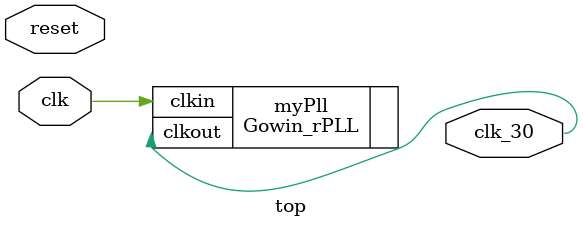
<source format=v>
module top (
    input clk,
    input reset,
    output wire clk_30
);

    Gowin_rPLL myPll(
        .clkout     (clk_30)    //output clkout
    ,   .clkin      (clk)       //input clkin
    );



endmodule

</source>
